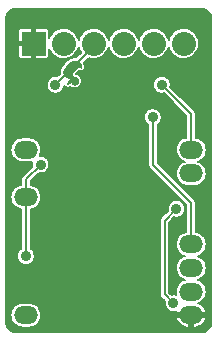
<source format=gbl>
G04 #@! TF.FileFunction,Copper,L2,Bot,Mixed*
%FSLAX46Y46*%
G04 Gerber Fmt 4.6, Leading zero omitted, Abs format (unit mm)*
G04 Created by KiCad (PCBNEW 4.0.5) date Sat Mar 11 22:07:51 2017*
%MOMM*%
%LPD*%
G01*
G04 APERTURE LIST*
%ADD10C,0.101600*%
%ADD11C,0.010000*%
%ADD12O,2.000000X1.500000*%
%ADD13O,2.032000X2.032000*%
%ADD14R,2.032000X2.032000*%
%ADD15C,0.900000*%
%ADD16C,0.200000*%
G04 APERTURE END LIST*
D10*
D11*
G36*
X49362686Y-30616917D02*
X49396508Y-30572094D01*
X49423708Y-30523261D01*
X49443292Y-30471508D01*
X49454265Y-30417930D01*
X49456309Y-30383079D01*
X49452556Y-30342370D01*
X49442240Y-30299800D01*
X49426713Y-30260395D01*
X49419982Y-30247738D01*
X49399761Y-30219374D01*
X49372422Y-30190205D01*
X49340611Y-30162412D01*
X49306974Y-30138175D01*
X49274154Y-30119676D01*
X49255357Y-30112037D01*
X49240578Y-30107509D01*
X49218943Y-30101339D01*
X49193856Y-30094481D01*
X49177794Y-30090235D01*
X49133898Y-30077895D01*
X49090570Y-30064052D01*
X49050072Y-30049533D01*
X49014668Y-30035166D01*
X48986622Y-30021778D01*
X48979288Y-30017669D01*
X48951028Y-29997622D01*
X48925653Y-29973366D01*
X48905468Y-29947461D01*
X48892776Y-29922465D01*
X48892284Y-29920990D01*
X48886223Y-29886437D01*
X48888152Y-29846968D01*
X48897752Y-29804219D01*
X48914700Y-29759824D01*
X48929597Y-29730700D01*
X48958115Y-29685668D01*
X48994548Y-29636812D01*
X49037560Y-29585438D01*
X49085811Y-29532852D01*
X49137959Y-29480362D01*
X49192669Y-29429273D01*
X49248598Y-29380892D01*
X49304407Y-29336526D01*
X49358759Y-29297480D01*
X49401788Y-29270060D01*
X49447328Y-29245718D01*
X49490117Y-29228314D01*
X49529200Y-29218058D01*
X49563624Y-29215162D01*
X49592435Y-29219835D01*
X49604725Y-29225238D01*
X49620802Y-29235342D01*
X49632238Y-29245975D01*
X49641997Y-29260493D01*
X49650586Y-29277149D01*
X49658117Y-29291577D01*
X49663864Y-29298299D01*
X49668960Y-29296740D01*
X49674537Y-29286323D01*
X49681727Y-29266475D01*
X49683810Y-29260270D01*
X49692118Y-29219866D01*
X49692241Y-29174424D01*
X49684448Y-29125271D01*
X49669006Y-29073737D01*
X49646185Y-29021151D01*
X49629184Y-28989855D01*
X49616881Y-28969580D01*
X49605109Y-28952262D01*
X49591993Y-28935579D01*
X49575656Y-28917213D01*
X49554224Y-28894843D01*
X49543879Y-28884329D01*
X49515136Y-28855912D01*
X49490603Y-28833527D01*
X49467607Y-28815161D01*
X49443479Y-28798804D01*
X49415548Y-28782444D01*
X49391192Y-28769328D01*
X49322139Y-28738776D01*
X49250663Y-28718360D01*
X49177213Y-28708034D01*
X49102235Y-28707747D01*
X49026179Y-28717452D01*
X48949491Y-28737097D01*
X48872620Y-28766636D01*
X48796012Y-28806018D01*
X48741413Y-28840345D01*
X48726316Y-28850793D01*
X48712246Y-28861138D01*
X48698082Y-28872385D01*
X48682702Y-28885541D01*
X48664984Y-28901613D01*
X48643807Y-28921608D01*
X48618048Y-28946529D01*
X48586587Y-28977385D01*
X48565870Y-28997820D01*
X48535125Y-29028277D01*
X48506081Y-29057227D01*
X48479790Y-29083607D01*
X48457305Y-29106354D01*
X48439677Y-29124408D01*
X48427958Y-29136704D01*
X48424363Y-29140688D01*
X48359292Y-29221361D01*
X48303858Y-29300024D01*
X48258115Y-29376526D01*
X48222119Y-29450713D01*
X48195926Y-29522433D01*
X48179592Y-29591536D01*
X48173172Y-29657869D01*
X48176722Y-29721279D01*
X48190020Y-29780737D01*
X48213730Y-29839897D01*
X48246805Y-29895849D01*
X48289454Y-29948826D01*
X48341889Y-29999065D01*
X48404323Y-30046801D01*
X48461168Y-30083085D01*
X48499465Y-30104424D01*
X48543893Y-30126978D01*
X48591251Y-30149278D01*
X48638333Y-30169850D01*
X48681934Y-30187226D01*
X48708601Y-30196676D01*
X48727917Y-30203309D01*
X48743134Y-30209012D01*
X48751608Y-30212779D01*
X48752386Y-30213324D01*
X48750128Y-30218119D01*
X48741748Y-30229190D01*
X48728404Y-30245130D01*
X48711253Y-30264532D01*
X48700852Y-30275914D01*
X48657214Y-30325608D01*
X48618080Y-30375097D01*
X48583803Y-30423627D01*
X48554734Y-30470448D01*
X48531225Y-30514802D01*
X48513629Y-30555940D01*
X48502294Y-30593105D01*
X48497577Y-30625545D01*
X48499824Y-30652507D01*
X48509392Y-30673237D01*
X48513298Y-30677688D01*
X48520336Y-30682616D01*
X48528848Y-30683701D01*
X48539887Y-30680355D01*
X48554507Y-30671988D01*
X48573761Y-30658012D01*
X48598703Y-30637838D01*
X48625971Y-30614679D01*
X48664792Y-30582044D01*
X48697529Y-30556320D01*
X48725349Y-30536706D01*
X48749418Y-30522407D01*
X48770902Y-30512620D01*
X48779005Y-30509799D01*
X48797577Y-30504047D01*
X48810286Y-30501738D01*
X48819424Y-30504100D01*
X48827286Y-30512359D01*
X48836165Y-30527740D01*
X48845101Y-30545136D01*
X48878309Y-30601571D01*
X48915363Y-30648895D01*
X48955936Y-30686881D01*
X48999704Y-30715303D01*
X49046342Y-30733936D01*
X49095523Y-30742550D01*
X49129027Y-30742651D01*
X49181052Y-30734262D01*
X49231425Y-30716401D01*
X49279149Y-30690163D01*
X49323235Y-30656637D01*
X49362686Y-30616917D01*
X49362686Y-30616917D01*
G37*
X49362686Y-30616917D02*
X49396508Y-30572094D01*
X49423708Y-30523261D01*
X49443292Y-30471508D01*
X49454265Y-30417930D01*
X49456309Y-30383079D01*
X49452556Y-30342370D01*
X49442240Y-30299800D01*
X49426713Y-30260395D01*
X49419982Y-30247738D01*
X49399761Y-30219374D01*
X49372422Y-30190205D01*
X49340611Y-30162412D01*
X49306974Y-30138175D01*
X49274154Y-30119676D01*
X49255357Y-30112037D01*
X49240578Y-30107509D01*
X49218943Y-30101339D01*
X49193856Y-30094481D01*
X49177794Y-30090235D01*
X49133898Y-30077895D01*
X49090570Y-30064052D01*
X49050072Y-30049533D01*
X49014668Y-30035166D01*
X48986622Y-30021778D01*
X48979288Y-30017669D01*
X48951028Y-29997622D01*
X48925653Y-29973366D01*
X48905468Y-29947461D01*
X48892776Y-29922465D01*
X48892284Y-29920990D01*
X48886223Y-29886437D01*
X48888152Y-29846968D01*
X48897752Y-29804219D01*
X48914700Y-29759824D01*
X48929597Y-29730700D01*
X48958115Y-29685668D01*
X48994548Y-29636812D01*
X49037560Y-29585438D01*
X49085811Y-29532852D01*
X49137959Y-29480362D01*
X49192669Y-29429273D01*
X49248598Y-29380892D01*
X49304407Y-29336526D01*
X49358759Y-29297480D01*
X49401788Y-29270060D01*
X49447328Y-29245718D01*
X49490117Y-29228314D01*
X49529200Y-29218058D01*
X49563624Y-29215162D01*
X49592435Y-29219835D01*
X49604725Y-29225238D01*
X49620802Y-29235342D01*
X49632238Y-29245975D01*
X49641997Y-29260493D01*
X49650586Y-29277149D01*
X49658117Y-29291577D01*
X49663864Y-29298299D01*
X49668960Y-29296740D01*
X49674537Y-29286323D01*
X49681727Y-29266475D01*
X49683810Y-29260270D01*
X49692118Y-29219866D01*
X49692241Y-29174424D01*
X49684448Y-29125271D01*
X49669006Y-29073737D01*
X49646185Y-29021151D01*
X49629184Y-28989855D01*
X49616881Y-28969580D01*
X49605109Y-28952262D01*
X49591993Y-28935579D01*
X49575656Y-28917213D01*
X49554224Y-28894843D01*
X49543879Y-28884329D01*
X49515136Y-28855912D01*
X49490603Y-28833527D01*
X49467607Y-28815161D01*
X49443479Y-28798804D01*
X49415548Y-28782444D01*
X49391192Y-28769328D01*
X49322139Y-28738776D01*
X49250663Y-28718360D01*
X49177213Y-28708034D01*
X49102235Y-28707747D01*
X49026179Y-28717452D01*
X48949491Y-28737097D01*
X48872620Y-28766636D01*
X48796012Y-28806018D01*
X48741413Y-28840345D01*
X48726316Y-28850793D01*
X48712246Y-28861138D01*
X48698082Y-28872385D01*
X48682702Y-28885541D01*
X48664984Y-28901613D01*
X48643807Y-28921608D01*
X48618048Y-28946529D01*
X48586587Y-28977385D01*
X48565870Y-28997820D01*
X48535125Y-29028277D01*
X48506081Y-29057227D01*
X48479790Y-29083607D01*
X48457305Y-29106354D01*
X48439677Y-29124408D01*
X48427958Y-29136704D01*
X48424363Y-29140688D01*
X48359292Y-29221361D01*
X48303858Y-29300024D01*
X48258115Y-29376526D01*
X48222119Y-29450713D01*
X48195926Y-29522433D01*
X48179592Y-29591536D01*
X48173172Y-29657869D01*
X48176722Y-29721279D01*
X48190020Y-29780737D01*
X48213730Y-29839897D01*
X48246805Y-29895849D01*
X48289454Y-29948826D01*
X48341889Y-29999065D01*
X48404323Y-30046801D01*
X48461168Y-30083085D01*
X48499465Y-30104424D01*
X48543893Y-30126978D01*
X48591251Y-30149278D01*
X48638333Y-30169850D01*
X48681934Y-30187226D01*
X48708601Y-30196676D01*
X48727917Y-30203309D01*
X48743134Y-30209012D01*
X48751608Y-30212779D01*
X48752386Y-30213324D01*
X48750128Y-30218119D01*
X48741748Y-30229190D01*
X48728404Y-30245130D01*
X48711253Y-30264532D01*
X48700852Y-30275914D01*
X48657214Y-30325608D01*
X48618080Y-30375097D01*
X48583803Y-30423627D01*
X48554734Y-30470448D01*
X48531225Y-30514802D01*
X48513629Y-30555940D01*
X48502294Y-30593105D01*
X48497577Y-30625545D01*
X48499824Y-30652507D01*
X48509392Y-30673237D01*
X48513298Y-30677688D01*
X48520336Y-30682616D01*
X48528848Y-30683701D01*
X48539887Y-30680355D01*
X48554507Y-30671988D01*
X48573761Y-30658012D01*
X48598703Y-30637838D01*
X48625971Y-30614679D01*
X48664792Y-30582044D01*
X48697529Y-30556320D01*
X48725349Y-30536706D01*
X48749418Y-30522407D01*
X48770902Y-30512620D01*
X48779005Y-30509799D01*
X48797577Y-30504047D01*
X48810286Y-30501738D01*
X48819424Y-30504100D01*
X48827286Y-30512359D01*
X48836165Y-30527740D01*
X48845101Y-30545136D01*
X48878309Y-30601571D01*
X48915363Y-30648895D01*
X48955936Y-30686881D01*
X48999704Y-30715303D01*
X49046342Y-30733936D01*
X49095523Y-30742550D01*
X49129027Y-30742651D01*
X49181052Y-30734262D01*
X49231425Y-30716401D01*
X49279149Y-30690163D01*
X49323235Y-30656637D01*
X49362686Y-30616917D01*
D12*
X45000000Y-36250000D03*
X45000000Y-40250000D03*
X45000000Y-50250000D03*
X59000000Y-50250000D03*
X59000000Y-48250000D03*
X59000000Y-46250000D03*
X59000000Y-44250000D03*
X59000000Y-38250000D03*
X59000000Y-36250000D03*
D13*
X58350000Y-27250000D03*
X55810000Y-27250000D03*
X53270000Y-27250000D03*
D14*
X45650000Y-27250000D03*
D13*
X48190000Y-27250000D03*
X50730000Y-27250000D03*
D15*
X55750000Y-33500000D03*
X56500000Y-30750000D03*
X48750000Y-32750000D03*
X56500000Y-32500000D03*
X54500000Y-28750000D03*
X51750000Y-39500000D03*
X55750000Y-43500000D03*
X46250000Y-37500000D03*
X45000000Y-45250000D03*
X47500000Y-30750000D03*
X57750000Y-41250000D03*
X57500000Y-49250000D03*
D16*
X55750000Y-33500000D02*
X55750000Y-37500000D01*
X55750000Y-37500000D02*
X59000000Y-40750000D01*
X59000000Y-40750000D02*
X59000000Y-44250000D01*
X59000000Y-33250000D02*
X59000000Y-36250000D01*
X56500000Y-30750000D02*
X59000000Y-33250000D01*
X46250000Y-37500000D02*
X45000000Y-38750000D01*
X45000000Y-38750000D02*
X45000000Y-40250000D01*
X45000000Y-45250000D02*
X45000000Y-40250000D01*
X50750000Y-27500000D02*
X47500000Y-30750000D01*
X57750000Y-41250000D02*
X56750000Y-42250000D01*
X56750000Y-42250000D02*
X56750000Y-48500000D01*
X56750000Y-48500000D02*
X57500000Y-49250000D01*
X57500000Y-49250000D02*
X57500000Y-49250000D01*
X57500000Y-49250000D02*
X57500000Y-49250000D01*
G36*
X60125928Y-24364026D02*
X60247056Y-24400597D01*
X60358775Y-24459999D01*
X60456831Y-24539971D01*
X60537484Y-24637464D01*
X60597662Y-24748762D01*
X60635079Y-24869636D01*
X60650000Y-25011595D01*
X60650000Y-50982878D01*
X60635974Y-51125927D01*
X60599403Y-51247055D01*
X60540000Y-51358777D01*
X60460029Y-51456831D01*
X60362536Y-51537484D01*
X60251239Y-51597662D01*
X60130363Y-51635079D01*
X59988405Y-51650000D01*
X44017122Y-51650000D01*
X43874073Y-51635974D01*
X43752945Y-51599403D01*
X43641223Y-51540000D01*
X43543169Y-51460029D01*
X43462516Y-51362536D01*
X43402338Y-51251239D01*
X43364921Y-51130363D01*
X43350000Y-50988405D01*
X43350000Y-50242670D01*
X43693736Y-50242670D01*
X43712308Y-50446750D01*
X43770167Y-50643337D01*
X43865107Y-50824941D01*
X43993514Y-50984647D01*
X44150495Y-51116369D01*
X44330071Y-51215092D01*
X44525403Y-51277055D01*
X44729050Y-51299898D01*
X44743710Y-51300000D01*
X45256290Y-51300000D01*
X45460236Y-51280003D01*
X45656414Y-51220773D01*
X45837351Y-51124567D01*
X45996156Y-50995049D01*
X46126779Y-50837153D01*
X46224246Y-50656891D01*
X46254014Y-50560725D01*
X57747030Y-50560725D01*
X57831856Y-50783385D01*
X57953556Y-50952257D01*
X58105863Y-51094142D01*
X58282924Y-51203587D01*
X58477934Y-51276386D01*
X58683400Y-51309742D01*
X58850000Y-51232113D01*
X58850000Y-50400000D01*
X59150000Y-50400000D01*
X59150000Y-51232113D01*
X59316600Y-51309742D01*
X59522066Y-51276386D01*
X59717076Y-51203587D01*
X59894137Y-51094142D01*
X60046444Y-50952257D01*
X60168144Y-50783385D01*
X60252970Y-50560725D01*
X60213392Y-50400000D01*
X59150000Y-50400000D01*
X58850000Y-50400000D01*
X57786608Y-50400000D01*
X57747030Y-50560725D01*
X46254014Y-50560725D01*
X46284844Y-50461132D01*
X46306264Y-50257330D01*
X46287692Y-50053250D01*
X46229833Y-49856663D01*
X46134893Y-49675059D01*
X46006486Y-49515353D01*
X45849505Y-49383631D01*
X45669929Y-49284908D01*
X45474597Y-49222945D01*
X45270950Y-49200102D01*
X45256290Y-49200000D01*
X44743710Y-49200000D01*
X44539764Y-49219997D01*
X44343586Y-49279227D01*
X44162649Y-49375433D01*
X44003844Y-49504951D01*
X43873221Y-49662847D01*
X43775754Y-49843109D01*
X43715156Y-50038868D01*
X43693736Y-50242670D01*
X43350000Y-50242670D01*
X43350000Y-36242670D01*
X43693736Y-36242670D01*
X43712308Y-36446750D01*
X43770167Y-36643337D01*
X43865107Y-36824941D01*
X43993514Y-36984647D01*
X44150495Y-37116369D01*
X44330071Y-37215092D01*
X44525403Y-37277055D01*
X44729050Y-37299898D01*
X44743710Y-37300000D01*
X45256290Y-37300000D01*
X45460236Y-37280003D01*
X45538384Y-37256409D01*
X45531648Y-37272125D01*
X45501068Y-37415994D01*
X45499014Y-37563062D01*
X45517970Y-37666344D01*
X44717157Y-38467157D01*
X44693677Y-38495742D01*
X44669955Y-38524013D01*
X44668942Y-38525855D01*
X44667606Y-38527482D01*
X44650142Y-38560053D01*
X44632346Y-38592423D01*
X44631710Y-38594429D01*
X44630716Y-38596282D01*
X44619925Y-38631579D01*
X44608741Y-38666835D01*
X44608506Y-38668929D01*
X44607892Y-38670938D01*
X44604159Y-38707687D01*
X44600039Y-38744415D01*
X44600010Y-38748522D01*
X44600002Y-38748604D01*
X44600009Y-38748680D01*
X44600000Y-38750000D01*
X44600000Y-39214091D01*
X44539764Y-39219997D01*
X44343586Y-39279227D01*
X44162649Y-39375433D01*
X44003844Y-39504951D01*
X43873221Y-39662847D01*
X43775754Y-39843109D01*
X43715156Y-40038868D01*
X43693736Y-40242670D01*
X43712308Y-40446750D01*
X43770167Y-40643337D01*
X43865107Y-40824941D01*
X43993514Y-40984647D01*
X44150495Y-41116369D01*
X44330071Y-41215092D01*
X44525403Y-41277055D01*
X44600000Y-41285423D01*
X44600000Y-44615404D01*
X44527773Y-44662668D01*
X44422687Y-44765577D01*
X44339590Y-44886936D01*
X44281648Y-45022125D01*
X44251068Y-45165994D01*
X44249014Y-45313062D01*
X44275565Y-45457728D01*
X44329710Y-45594482D01*
X44409386Y-45718115D01*
X44511558Y-45823917D01*
X44632335Y-45907859D01*
X44767116Y-45966744D01*
X44910767Y-45998328D01*
X45057818Y-46001408D01*
X45202666Y-45975867D01*
X45339794Y-45922679D01*
X45463980Y-45843868D01*
X45570493Y-45742437D01*
X45655277Y-45622249D01*
X45715100Y-45487882D01*
X45747686Y-45344455D01*
X45750032Y-45176459D01*
X45721464Y-45032177D01*
X45665415Y-44896193D01*
X45584021Y-44773684D01*
X45480381Y-44669319D01*
X45400000Y-44615101D01*
X45400000Y-41285909D01*
X45460236Y-41280003D01*
X45656414Y-41220773D01*
X45837351Y-41124567D01*
X45996156Y-40995049D01*
X46126779Y-40837153D01*
X46224246Y-40656891D01*
X46284844Y-40461132D01*
X46306264Y-40257330D01*
X46287692Y-40053250D01*
X46229833Y-39856663D01*
X46134893Y-39675059D01*
X46006486Y-39515353D01*
X45849505Y-39383631D01*
X45669929Y-39284908D01*
X45474597Y-39222945D01*
X45400000Y-39214577D01*
X45400000Y-38915686D01*
X46084194Y-38231492D01*
X46160767Y-38248328D01*
X46307818Y-38251408D01*
X46452666Y-38225867D01*
X46589794Y-38172679D01*
X46713980Y-38093868D01*
X46820493Y-37992437D01*
X46905277Y-37872249D01*
X46965100Y-37737882D01*
X46997686Y-37594455D01*
X47000032Y-37426459D01*
X46971464Y-37282177D01*
X46915415Y-37146193D01*
X46834021Y-37023684D01*
X46730381Y-36919319D01*
X46608444Y-36837071D01*
X46472854Y-36780075D01*
X46328776Y-36750499D01*
X46181697Y-36749473D01*
X46173324Y-36751070D01*
X46224246Y-36656891D01*
X46284844Y-36461132D01*
X46306264Y-36257330D01*
X46287692Y-36053250D01*
X46229833Y-35856663D01*
X46134893Y-35675059D01*
X46006486Y-35515353D01*
X45849505Y-35383631D01*
X45669929Y-35284908D01*
X45474597Y-35222945D01*
X45270950Y-35200102D01*
X45256290Y-35200000D01*
X44743710Y-35200000D01*
X44539764Y-35219997D01*
X44343586Y-35279227D01*
X44162649Y-35375433D01*
X44003844Y-35504951D01*
X43873221Y-35662847D01*
X43775754Y-35843109D01*
X43715156Y-36038868D01*
X43693736Y-36242670D01*
X43350000Y-36242670D01*
X43350000Y-33563062D01*
X54999014Y-33563062D01*
X55025565Y-33707728D01*
X55079710Y-33844482D01*
X55159386Y-33968115D01*
X55261558Y-34073917D01*
X55350000Y-34135386D01*
X55350000Y-37500000D01*
X55353607Y-37536784D01*
X55356826Y-37573580D01*
X55357413Y-37575599D01*
X55357618Y-37577694D01*
X55368301Y-37613077D01*
X55378606Y-37648547D01*
X55379574Y-37650415D01*
X55380182Y-37652428D01*
X55397531Y-37685058D01*
X55414532Y-37717855D01*
X55415844Y-37719498D01*
X55416832Y-37721357D01*
X55440202Y-37750011D01*
X55463236Y-37778866D01*
X55466124Y-37781796D01*
X55466172Y-37781854D01*
X55466226Y-37781899D01*
X55467157Y-37782843D01*
X58600000Y-40915686D01*
X58600000Y-43214091D01*
X58539764Y-43219997D01*
X58343586Y-43279227D01*
X58162649Y-43375433D01*
X58003844Y-43504951D01*
X57873221Y-43662847D01*
X57775754Y-43843109D01*
X57715156Y-44038868D01*
X57693736Y-44242670D01*
X57712308Y-44446750D01*
X57770167Y-44643337D01*
X57865107Y-44824941D01*
X57993514Y-44984647D01*
X58150495Y-45116369D01*
X58330071Y-45215092D01*
X58440249Y-45250043D01*
X58343586Y-45279227D01*
X58162649Y-45375433D01*
X58003844Y-45504951D01*
X57873221Y-45662847D01*
X57775754Y-45843109D01*
X57715156Y-46038868D01*
X57693736Y-46242670D01*
X57712308Y-46446750D01*
X57770167Y-46643337D01*
X57865107Y-46824941D01*
X57993514Y-46984647D01*
X58150495Y-47116369D01*
X58330071Y-47215092D01*
X58440249Y-47250043D01*
X58343586Y-47279227D01*
X58162649Y-47375433D01*
X58003844Y-47504951D01*
X57873221Y-47662847D01*
X57775754Y-47843109D01*
X57715156Y-48038868D01*
X57693736Y-48242670D01*
X57712308Y-48446750D01*
X57738805Y-48536780D01*
X57722854Y-48530075D01*
X57578776Y-48500499D01*
X57431697Y-48499473D01*
X57333828Y-48518142D01*
X57150000Y-48334314D01*
X57150000Y-42415686D01*
X57584193Y-41981492D01*
X57660767Y-41998328D01*
X57807818Y-42001408D01*
X57952666Y-41975867D01*
X58089794Y-41922679D01*
X58213980Y-41843868D01*
X58320493Y-41742437D01*
X58405277Y-41622249D01*
X58465100Y-41487882D01*
X58497686Y-41344455D01*
X58500032Y-41176459D01*
X58471464Y-41032177D01*
X58415415Y-40896193D01*
X58334021Y-40773684D01*
X58230381Y-40669319D01*
X58108444Y-40587071D01*
X57972854Y-40530075D01*
X57828776Y-40500499D01*
X57681697Y-40499473D01*
X57537219Y-40527033D01*
X57400847Y-40582131D01*
X57277773Y-40662668D01*
X57172687Y-40765577D01*
X57089590Y-40886936D01*
X57031648Y-41022125D01*
X57001068Y-41165994D01*
X56999014Y-41313062D01*
X57017970Y-41416345D01*
X56467157Y-41967157D01*
X56443677Y-41995742D01*
X56419955Y-42024013D01*
X56418942Y-42025855D01*
X56417606Y-42027482D01*
X56400142Y-42060053D01*
X56382346Y-42092423D01*
X56381710Y-42094429D01*
X56380716Y-42096282D01*
X56369925Y-42131579D01*
X56358741Y-42166835D01*
X56358506Y-42168929D01*
X56357892Y-42170938D01*
X56354159Y-42207687D01*
X56350039Y-42244415D01*
X56350010Y-42248522D01*
X56350002Y-42248604D01*
X56350009Y-42248680D01*
X56350000Y-42250000D01*
X56350000Y-48500000D01*
X56353607Y-48536784D01*
X56356826Y-48573580D01*
X56357413Y-48575599D01*
X56357618Y-48577694D01*
X56368301Y-48613077D01*
X56378606Y-48648547D01*
X56379574Y-48650415D01*
X56380182Y-48652428D01*
X56397531Y-48685058D01*
X56414532Y-48717855D01*
X56415844Y-48719498D01*
X56416832Y-48721357D01*
X56440202Y-48750011D01*
X56463236Y-48778866D01*
X56466124Y-48781796D01*
X56466172Y-48781854D01*
X56466226Y-48781899D01*
X56467157Y-48782843D01*
X56768464Y-49084150D01*
X56751068Y-49165994D01*
X56749014Y-49313062D01*
X56775565Y-49457728D01*
X56829710Y-49594482D01*
X56909386Y-49718115D01*
X57011558Y-49823917D01*
X57132335Y-49907859D01*
X57267116Y-49966744D01*
X57410767Y-49998328D01*
X57557818Y-50001408D01*
X57702666Y-49975867D01*
X57751387Y-49956969D01*
X57786608Y-50100000D01*
X58850000Y-50100000D01*
X58850000Y-50080000D01*
X59150000Y-50080000D01*
X59150000Y-50100000D01*
X60213392Y-50100000D01*
X60252970Y-49939275D01*
X60168144Y-49716615D01*
X60046444Y-49547743D01*
X59894137Y-49405858D01*
X59717076Y-49296413D01*
X59577930Y-49244469D01*
X59656414Y-49220773D01*
X59837351Y-49124567D01*
X59996156Y-48995049D01*
X60126779Y-48837153D01*
X60224246Y-48656891D01*
X60284844Y-48461132D01*
X60306264Y-48257330D01*
X60287692Y-48053250D01*
X60229833Y-47856663D01*
X60134893Y-47675059D01*
X60006486Y-47515353D01*
X59849505Y-47383631D01*
X59669929Y-47284908D01*
X59559751Y-47249957D01*
X59656414Y-47220773D01*
X59837351Y-47124567D01*
X59996156Y-46995049D01*
X60126779Y-46837153D01*
X60224246Y-46656891D01*
X60284844Y-46461132D01*
X60306264Y-46257330D01*
X60287692Y-46053250D01*
X60229833Y-45856663D01*
X60134893Y-45675059D01*
X60006486Y-45515353D01*
X59849505Y-45383631D01*
X59669929Y-45284908D01*
X59559751Y-45249957D01*
X59656414Y-45220773D01*
X59837351Y-45124567D01*
X59996156Y-44995049D01*
X60126779Y-44837153D01*
X60224246Y-44656891D01*
X60284844Y-44461132D01*
X60306264Y-44257330D01*
X60287692Y-44053250D01*
X60229833Y-43856663D01*
X60134893Y-43675059D01*
X60006486Y-43515353D01*
X59849505Y-43383631D01*
X59669929Y-43284908D01*
X59474597Y-43222945D01*
X59400000Y-43214577D01*
X59400000Y-40750000D01*
X59396393Y-40713216D01*
X59393174Y-40676420D01*
X59392587Y-40674401D01*
X59392382Y-40672306D01*
X59381699Y-40636923D01*
X59371394Y-40601453D01*
X59370426Y-40599585D01*
X59369818Y-40597572D01*
X59352469Y-40564942D01*
X59335468Y-40532145D01*
X59334156Y-40530502D01*
X59333168Y-40528643D01*
X59309798Y-40499989D01*
X59286764Y-40471134D01*
X59283876Y-40468204D01*
X59283828Y-40468146D01*
X59283774Y-40468101D01*
X59282843Y-40467157D01*
X56150000Y-37334314D01*
X56150000Y-34134471D01*
X56213980Y-34093868D01*
X56320493Y-33992437D01*
X56405277Y-33872249D01*
X56465100Y-33737882D01*
X56497686Y-33594455D01*
X56500032Y-33426459D01*
X56471464Y-33282177D01*
X56415415Y-33146193D01*
X56334021Y-33023684D01*
X56230381Y-32919319D01*
X56108444Y-32837071D01*
X55972854Y-32780075D01*
X55828776Y-32750499D01*
X55681697Y-32749473D01*
X55537219Y-32777033D01*
X55400847Y-32832131D01*
X55277773Y-32912668D01*
X55172687Y-33015577D01*
X55089590Y-33136936D01*
X55031648Y-33272125D01*
X55001068Y-33415994D01*
X54999014Y-33563062D01*
X43350000Y-33563062D01*
X43350000Y-27475000D01*
X44334000Y-27475000D01*
X44334000Y-28295547D01*
X44345529Y-28353506D01*
X44368143Y-28408103D01*
X44400975Y-28457239D01*
X44442761Y-28499025D01*
X44491896Y-28531856D01*
X44546493Y-28554471D01*
X44604452Y-28566000D01*
X45425000Y-28566000D01*
X45500000Y-28491000D01*
X45500000Y-27400000D01*
X44409000Y-27400000D01*
X44334000Y-27475000D01*
X43350000Y-27475000D01*
X43350000Y-26204453D01*
X44334000Y-26204453D01*
X44334000Y-27025000D01*
X44409000Y-27100000D01*
X45500000Y-27100000D01*
X45500000Y-26009000D01*
X45800000Y-26009000D01*
X45800000Y-27100000D01*
X45820000Y-27100000D01*
X45820000Y-27400000D01*
X45800000Y-27400000D01*
X45800000Y-28491000D01*
X45875000Y-28566000D01*
X46695548Y-28566000D01*
X46753507Y-28554471D01*
X46808104Y-28531856D01*
X46857239Y-28499025D01*
X46899025Y-28457239D01*
X46931857Y-28408103D01*
X46954471Y-28353506D01*
X46966000Y-28295547D01*
X46966000Y-27733688D01*
X46973297Y-27757857D01*
X47093876Y-27984631D01*
X47256205Y-28183667D01*
X47454102Y-28347381D01*
X47680029Y-28469540D01*
X47925381Y-28545489D01*
X48180813Y-28572336D01*
X48436594Y-28549058D01*
X48682982Y-28476542D01*
X48910593Y-28357550D01*
X49110757Y-28196614D01*
X49275849Y-27999865D01*
X49399582Y-27774796D01*
X49460465Y-27582868D01*
X49513297Y-27757857D01*
X49633876Y-27984631D01*
X49663437Y-28020877D01*
X49271083Y-28413231D01*
X49219674Y-28406004D01*
X49201096Y-28405225D01*
X49182639Y-28403083D01*
X49178381Y-28403036D01*
X49103402Y-28402749D01*
X49085662Y-28404420D01*
X49067857Y-28404691D01*
X49063629Y-28405200D01*
X48987573Y-28414905D01*
X48971222Y-28418642D01*
X48954624Y-28420965D01*
X48950492Y-28421992D01*
X48873804Y-28441637D01*
X48859153Y-28446960D01*
X48844074Y-28450894D01*
X48840089Y-28452393D01*
X48763218Y-28481932D01*
X48750388Y-28488362D01*
X48736976Y-28493459D01*
X48733175Y-28495380D01*
X48656567Y-28534762D01*
X48647267Y-28540757D01*
X48637294Y-28545569D01*
X48633674Y-28547810D01*
X48579075Y-28582137D01*
X48575428Y-28584962D01*
X48571365Y-28587148D01*
X48567846Y-28589547D01*
X48552749Y-28599995D01*
X48551036Y-28601447D01*
X48549092Y-28602566D01*
X48545644Y-28605064D01*
X48531574Y-28615410D01*
X48528938Y-28617777D01*
X48525934Y-28619658D01*
X48522581Y-28622282D01*
X48508417Y-28633529D01*
X48505935Y-28635930D01*
X48503079Y-28637867D01*
X48499824Y-28640612D01*
X48484444Y-28653768D01*
X48482837Y-28655441D01*
X48480957Y-28656797D01*
X48477783Y-28659636D01*
X48460065Y-28675708D01*
X48459446Y-28676391D01*
X48458711Y-28676944D01*
X48455594Y-28679845D01*
X48434417Y-28699840D01*
X48434389Y-28699872D01*
X48431734Y-28702404D01*
X48405976Y-28727325D01*
X48405927Y-28727382D01*
X48404484Y-28728778D01*
X48373023Y-28759634D01*
X48372991Y-28759672D01*
X48372403Y-28760244D01*
X48351685Y-28780680D01*
X48351660Y-28780711D01*
X48351220Y-28781140D01*
X48320475Y-28811597D01*
X48320446Y-28811632D01*
X48319807Y-28812260D01*
X48290763Y-28841210D01*
X48290729Y-28841251D01*
X48290049Y-28841924D01*
X48263758Y-28868304D01*
X48263714Y-28868357D01*
X48262877Y-28869193D01*
X48240392Y-28891939D01*
X48240346Y-28891996D01*
X48239078Y-28893276D01*
X48221450Y-28911330D01*
X48221423Y-28911364D01*
X48218891Y-28913983D01*
X48207172Y-28926279D01*
X48205915Y-28927886D01*
X48204394Y-28929234D01*
X48201519Y-28932375D01*
X48197924Y-28936359D01*
X48194159Y-28941454D01*
X48189661Y-28945907D01*
X48186964Y-28949202D01*
X48121893Y-29029875D01*
X48117617Y-29036387D01*
X48112456Y-29042206D01*
X48109978Y-29045669D01*
X48054544Y-29124332D01*
X48049941Y-29132444D01*
X48044295Y-29139862D01*
X48042084Y-29143501D01*
X47996341Y-29220003D01*
X47991567Y-29230114D01*
X47985596Y-29239565D01*
X47983710Y-29243383D01*
X47947714Y-29317570D01*
X47943075Y-29330123D01*
X47937116Y-29342094D01*
X47935627Y-29346083D01*
X47909434Y-29417803D01*
X47905466Y-29433187D01*
X47900114Y-29448136D01*
X47899105Y-29452273D01*
X47882771Y-29521376D01*
X47880285Y-29539770D01*
X47876451Y-29557919D01*
X47876011Y-29562154D01*
X47869591Y-29628487D01*
X47869618Y-29649589D01*
X47868441Y-29670665D01*
X47868649Y-29674918D01*
X47872199Y-29738327D01*
X47875700Y-29760932D01*
X47878175Y-29783687D01*
X47879075Y-29787849D01*
X47882253Y-29802061D01*
X47665925Y-30018389D01*
X47578776Y-30000499D01*
X47431697Y-29999473D01*
X47287219Y-30027033D01*
X47150847Y-30082131D01*
X47027773Y-30162668D01*
X46922687Y-30265577D01*
X46839590Y-30386936D01*
X46781648Y-30522125D01*
X46751068Y-30665994D01*
X46749014Y-30813062D01*
X46775565Y-30957728D01*
X46829710Y-31094482D01*
X46909386Y-31218115D01*
X47011558Y-31323917D01*
X47132335Y-31407859D01*
X47267116Y-31466744D01*
X47410767Y-31498328D01*
X47557818Y-31501408D01*
X47702666Y-31475867D01*
X47839794Y-31422679D01*
X47963980Y-31343868D01*
X48070493Y-31242437D01*
X48155277Y-31122249D01*
X48215100Y-30987882D01*
X48247686Y-30844455D01*
X48247903Y-30828917D01*
X48253032Y-30836278D01*
X48254082Y-30838411D01*
X48255287Y-30839987D01*
X48262567Y-30852407D01*
X48270514Y-30861365D01*
X48277361Y-30871192D01*
X48280147Y-30874413D01*
X48284053Y-30878864D01*
X48287426Y-30882024D01*
X48290236Y-30885699D01*
X48298784Y-30893235D01*
X48302068Y-30896937D01*
X48308688Y-30901966D01*
X48309131Y-30902356D01*
X48316254Y-30909029D01*
X48317583Y-30910468D01*
X48318511Y-30911144D01*
X48327494Y-30919559D01*
X48331417Y-30922004D01*
X48334888Y-30925064D01*
X48338359Y-30927530D01*
X48345397Y-30932459D01*
X48355936Y-30938397D01*
X48365702Y-30945509D01*
X48381792Y-30952966D01*
X48397256Y-30961679D01*
X48408742Y-30965455D01*
X48419709Y-30970538D01*
X48436947Y-30974729D01*
X48453804Y-30980271D01*
X48465805Y-30981745D01*
X48477551Y-30984600D01*
X48481771Y-30985168D01*
X48490283Y-30986253D01*
X48492758Y-30986325D01*
X48495180Y-30986837D01*
X48508700Y-30987011D01*
X48512886Y-30987525D01*
X48518217Y-30987133D01*
X48522497Y-30987189D01*
X48549783Y-30987981D01*
X48552223Y-30987571D01*
X48554701Y-30987603D01*
X48581544Y-30982646D01*
X48608486Y-30978121D01*
X48610805Y-30977243D01*
X48613237Y-30976794D01*
X48617321Y-30975587D01*
X48628360Y-30972241D01*
X48630631Y-30971302D01*
X48633035Y-30970783D01*
X48658106Y-30959943D01*
X48683369Y-30949498D01*
X48685417Y-30948134D01*
X48687672Y-30947159D01*
X48691383Y-30945070D01*
X48706003Y-30936703D01*
X48717722Y-30928380D01*
X48730210Y-30921293D01*
X48733674Y-30918816D01*
X48747040Y-30909114D01*
X48747484Y-30909530D01*
X48767129Y-30924611D01*
X48786272Y-30940335D01*
X48789826Y-30942679D01*
X48833595Y-30971101D01*
X48858173Y-30983840D01*
X48882603Y-30996927D01*
X48886546Y-30998535D01*
X48933184Y-31017168D01*
X48961335Y-31025335D01*
X48989534Y-31033599D01*
X48990317Y-31033742D01*
X48990352Y-31033752D01*
X48990392Y-31033755D01*
X48993723Y-31034363D01*
X49042904Y-31042977D01*
X49066674Y-31044778D01*
X49090346Y-31047506D01*
X49094604Y-31047549D01*
X49128107Y-31047650D01*
X49150706Y-31045503D01*
X49173372Y-31044410D01*
X49177581Y-31043761D01*
X49229606Y-31035372D01*
X49254200Y-31028892D01*
X49278956Y-31023121D01*
X49282980Y-31021726D01*
X49333353Y-31003865D01*
X49353775Y-30994289D01*
X49374621Y-30985696D01*
X49378366Y-30983671D01*
X49426090Y-30957433D01*
X49442888Y-30945930D01*
X49460364Y-30935491D01*
X49463771Y-30932938D01*
X49507858Y-30899411D01*
X49521797Y-30886479D01*
X49536612Y-30874570D01*
X49539634Y-30871571D01*
X49579085Y-30831850D01*
X49590809Y-30817478D01*
X49594990Y-30813062D01*
X55749014Y-30813062D01*
X55775565Y-30957728D01*
X55829710Y-31094482D01*
X55909386Y-31218115D01*
X56011558Y-31323917D01*
X56132335Y-31407859D01*
X56267116Y-31466744D01*
X56410767Y-31498328D01*
X56557818Y-31501408D01*
X56666549Y-31482235D01*
X58600000Y-33415686D01*
X58600000Y-35214091D01*
X58539764Y-35219997D01*
X58343586Y-35279227D01*
X58162649Y-35375433D01*
X58003844Y-35504951D01*
X57873221Y-35662847D01*
X57775754Y-35843109D01*
X57715156Y-36038868D01*
X57693736Y-36242670D01*
X57712308Y-36446750D01*
X57770167Y-36643337D01*
X57865107Y-36824941D01*
X57993514Y-36984647D01*
X58150495Y-37116369D01*
X58330071Y-37215092D01*
X58440249Y-37250043D01*
X58343586Y-37279227D01*
X58162649Y-37375433D01*
X58003844Y-37504951D01*
X57873221Y-37662847D01*
X57775754Y-37843109D01*
X57715156Y-38038868D01*
X57693736Y-38242670D01*
X57712308Y-38446750D01*
X57770167Y-38643337D01*
X57865107Y-38824941D01*
X57993514Y-38984647D01*
X58150495Y-39116369D01*
X58330071Y-39215092D01*
X58525403Y-39277055D01*
X58729050Y-39299898D01*
X58743710Y-39300000D01*
X59256290Y-39300000D01*
X59460236Y-39280003D01*
X59656414Y-39220773D01*
X59837351Y-39124567D01*
X59996156Y-38995049D01*
X60126779Y-38837153D01*
X60224246Y-38656891D01*
X60284844Y-38461132D01*
X60306264Y-38257330D01*
X60287692Y-38053250D01*
X60229833Y-37856663D01*
X60134893Y-37675059D01*
X60006486Y-37515353D01*
X59849505Y-37383631D01*
X59669929Y-37284908D01*
X59559751Y-37249957D01*
X59656414Y-37220773D01*
X59837351Y-37124567D01*
X59996156Y-36995049D01*
X60126779Y-36837153D01*
X60224246Y-36656891D01*
X60284844Y-36461132D01*
X60306264Y-36257330D01*
X60287692Y-36053250D01*
X60229833Y-35856663D01*
X60134893Y-35675059D01*
X60006486Y-35515353D01*
X59849505Y-35383631D01*
X59669929Y-35284908D01*
X59474597Y-35222945D01*
X59400000Y-35214577D01*
X59400000Y-33250000D01*
X59396393Y-33213216D01*
X59393174Y-33176420D01*
X59392587Y-33174401D01*
X59392382Y-33172306D01*
X59381699Y-33136923D01*
X59371394Y-33101453D01*
X59370426Y-33099585D01*
X59369818Y-33097572D01*
X59352469Y-33064942D01*
X59335468Y-33032145D01*
X59334156Y-33030502D01*
X59333168Y-33028643D01*
X59309798Y-32999989D01*
X59286764Y-32971134D01*
X59283876Y-32968204D01*
X59283828Y-32968146D01*
X59283774Y-32968101D01*
X59282843Y-32967157D01*
X57231478Y-30915792D01*
X57247686Y-30844455D01*
X57250032Y-30676459D01*
X57221464Y-30532177D01*
X57165415Y-30396193D01*
X57084021Y-30273684D01*
X56980381Y-30169319D01*
X56858444Y-30087071D01*
X56722854Y-30030075D01*
X56578776Y-30000499D01*
X56431697Y-29999473D01*
X56287219Y-30027033D01*
X56150847Y-30082131D01*
X56027773Y-30162668D01*
X55922687Y-30265577D01*
X55839590Y-30386936D01*
X55781648Y-30522125D01*
X55751068Y-30665994D01*
X55749014Y-30813062D01*
X49594990Y-30813062D01*
X49603562Y-30804009D01*
X49606151Y-30800628D01*
X49639973Y-30755805D01*
X49649859Y-30739632D01*
X49660864Y-30724214D01*
X49662962Y-30720509D01*
X49690162Y-30671676D01*
X49698222Y-30653155D01*
X49707432Y-30635178D01*
X49708967Y-30631207D01*
X49728551Y-30579454D01*
X49734351Y-30557999D01*
X49741206Y-30536868D01*
X49742090Y-30532703D01*
X49753063Y-30479125D01*
X49755118Y-30459491D01*
X49758463Y-30440036D01*
X49758742Y-30435787D01*
X49760786Y-30400936D01*
X49759971Y-30380134D01*
X49760382Y-30359323D01*
X49760021Y-30355080D01*
X49756268Y-30314371D01*
X49752478Y-30294628D01*
X49749950Y-30274683D01*
X49748977Y-30270538D01*
X49738661Y-30227968D01*
X49732451Y-30210157D01*
X49727538Y-30191959D01*
X49726005Y-30187986D01*
X49710478Y-30148581D01*
X49703561Y-30135068D01*
X49697974Y-30120960D01*
X49696002Y-30117187D01*
X49689271Y-30104530D01*
X49683434Y-30095746D01*
X49683356Y-30095594D01*
X49683210Y-30095409D01*
X49679424Y-30089712D01*
X49670779Y-30074171D01*
X49668332Y-30070687D01*
X49648111Y-30042323D01*
X49636111Y-30028560D01*
X49625186Y-30013927D01*
X49622296Y-30010800D01*
X49594957Y-29981631D01*
X49585116Y-29972999D01*
X49576282Y-29963344D01*
X49573096Y-29960520D01*
X49541285Y-29932727D01*
X49531375Y-29925647D01*
X49522350Y-29917471D01*
X49518913Y-29914958D01*
X49485276Y-29890721D01*
X49472454Y-29883266D01*
X49460430Y-29874592D01*
X49456735Y-29872475D01*
X49423916Y-29853976D01*
X49408102Y-29846999D01*
X49392918Y-29838749D01*
X49388984Y-29837118D01*
X49370187Y-29829479D01*
X49359241Y-29826233D01*
X49348766Y-29821693D01*
X49344704Y-29820417D01*
X49329925Y-29815889D01*
X49329094Y-29815721D01*
X49328312Y-29815400D01*
X49324225Y-29814203D01*
X49302590Y-29808033D01*
X49302527Y-29808022D01*
X49299369Y-29807134D01*
X49274282Y-29800276D01*
X49274212Y-29800264D01*
X49271806Y-29799610D01*
X49258890Y-29796196D01*
X49266962Y-29786555D01*
X49306447Y-29743521D01*
X49350313Y-29699367D01*
X49396588Y-29656155D01*
X49443350Y-29615705D01*
X49488400Y-29579892D01*
X49512603Y-29562504D01*
X49517911Y-29566110D01*
X49521643Y-29567693D01*
X49525059Y-29569884D01*
X49549014Y-29579306D01*
X49572709Y-29589359D01*
X49576681Y-29590188D01*
X49580454Y-29591672D01*
X49605776Y-29596261D01*
X49630979Y-29601521D01*
X49635035Y-29601563D01*
X49639026Y-29602286D01*
X49664755Y-29601869D01*
X49690501Y-29602134D01*
X49694490Y-29601387D01*
X49698544Y-29601321D01*
X49723712Y-29595912D01*
X49749009Y-29591173D01*
X49753090Y-29589956D01*
X49758185Y-29588397D01*
X49783762Y-29577745D01*
X49809494Y-29567434D01*
X49811229Y-29566306D01*
X49813135Y-29565512D01*
X49836182Y-29550078D01*
X49859395Y-29534982D01*
X49860872Y-29533544D01*
X49862595Y-29532390D01*
X49882235Y-29512743D01*
X49902043Y-29493456D01*
X49903215Y-29491754D01*
X49904678Y-29490291D01*
X49920103Y-29467240D01*
X49935813Y-29444436D01*
X49937778Y-29440828D01*
X49937783Y-29440820D01*
X49937786Y-29440812D01*
X49937849Y-29440697D01*
X49943426Y-29430280D01*
X49951032Y-29411974D01*
X49959823Y-29394197D01*
X49961301Y-29390204D01*
X49968491Y-29370356D01*
X49968859Y-29368913D01*
X49969486Y-29367566D01*
X49970870Y-29363539D01*
X49972953Y-29357335D01*
X49976618Y-29341404D01*
X49981673Y-29325865D01*
X49982560Y-29321700D01*
X49990868Y-29281296D01*
X49993844Y-29253072D01*
X49997075Y-29224949D01*
X49997103Y-29222161D01*
X49997109Y-29222099D01*
X49997104Y-29222040D01*
X49997117Y-29220692D01*
X49997240Y-29175250D01*
X49995129Y-29153102D01*
X49994116Y-29130874D01*
X49993478Y-29126664D01*
X49985685Y-29077511D01*
X49981072Y-29059814D01*
X49977807Y-29041812D01*
X49976613Y-29037725D01*
X49961171Y-28986191D01*
X49955135Y-28971459D01*
X49950462Y-28956233D01*
X49948795Y-28952315D01*
X49925974Y-28899730D01*
X49922396Y-28893290D01*
X50316335Y-28499351D01*
X50465381Y-28545489D01*
X50720813Y-28572336D01*
X50976594Y-28549058D01*
X51222982Y-28476542D01*
X51450593Y-28357550D01*
X51650757Y-28196614D01*
X51815849Y-27999865D01*
X51939582Y-27774796D01*
X52000465Y-27582868D01*
X52053297Y-27757857D01*
X52173876Y-27984631D01*
X52336205Y-28183667D01*
X52534102Y-28347381D01*
X52760029Y-28469540D01*
X53005381Y-28545489D01*
X53260813Y-28572336D01*
X53516594Y-28549058D01*
X53762982Y-28476542D01*
X53990593Y-28357550D01*
X54190757Y-28196614D01*
X54355849Y-27999865D01*
X54479582Y-27774796D01*
X54540465Y-27582868D01*
X54593297Y-27757857D01*
X54713876Y-27984631D01*
X54876205Y-28183667D01*
X55074102Y-28347381D01*
X55300029Y-28469540D01*
X55545381Y-28545489D01*
X55800813Y-28572336D01*
X56056594Y-28549058D01*
X56302982Y-28476542D01*
X56530593Y-28357550D01*
X56730757Y-28196614D01*
X56895849Y-27999865D01*
X57019582Y-27774796D01*
X57080465Y-27582868D01*
X57133297Y-27757857D01*
X57253876Y-27984631D01*
X57416205Y-28183667D01*
X57614102Y-28347381D01*
X57840029Y-28469540D01*
X58085381Y-28545489D01*
X58340813Y-28572336D01*
X58596594Y-28549058D01*
X58842982Y-28476542D01*
X59070593Y-28357550D01*
X59270757Y-28196614D01*
X59435849Y-27999865D01*
X59559582Y-27774796D01*
X59637242Y-27529980D01*
X59665872Y-27274742D01*
X59666000Y-27256368D01*
X59666000Y-27243632D01*
X59640937Y-26988020D01*
X59566703Y-26742143D01*
X59446124Y-26515369D01*
X59283795Y-26316333D01*
X59085898Y-26152619D01*
X58859971Y-26030460D01*
X58614619Y-25954511D01*
X58359187Y-25927664D01*
X58103406Y-25950942D01*
X57857018Y-26023458D01*
X57629407Y-26142450D01*
X57429243Y-26303386D01*
X57264151Y-26500135D01*
X57140418Y-26725204D01*
X57079535Y-26917132D01*
X57026703Y-26742143D01*
X56906124Y-26515369D01*
X56743795Y-26316333D01*
X56545898Y-26152619D01*
X56319971Y-26030460D01*
X56074619Y-25954511D01*
X55819187Y-25927664D01*
X55563406Y-25950942D01*
X55317018Y-26023458D01*
X55089407Y-26142450D01*
X54889243Y-26303386D01*
X54724151Y-26500135D01*
X54600418Y-26725204D01*
X54539535Y-26917132D01*
X54486703Y-26742143D01*
X54366124Y-26515369D01*
X54203795Y-26316333D01*
X54005898Y-26152619D01*
X53779971Y-26030460D01*
X53534619Y-25954511D01*
X53279187Y-25927664D01*
X53023406Y-25950942D01*
X52777018Y-26023458D01*
X52549407Y-26142450D01*
X52349243Y-26303386D01*
X52184151Y-26500135D01*
X52060418Y-26725204D01*
X51999535Y-26917132D01*
X51946703Y-26742143D01*
X51826124Y-26515369D01*
X51663795Y-26316333D01*
X51465898Y-26152619D01*
X51239971Y-26030460D01*
X50994619Y-25954511D01*
X50739187Y-25927664D01*
X50483406Y-25950942D01*
X50237018Y-26023458D01*
X50009407Y-26142450D01*
X49809243Y-26303386D01*
X49644151Y-26500135D01*
X49520418Y-26725204D01*
X49459535Y-26917132D01*
X49406703Y-26742143D01*
X49286124Y-26515369D01*
X49123795Y-26316333D01*
X48925898Y-26152619D01*
X48699971Y-26030460D01*
X48454619Y-25954511D01*
X48199187Y-25927664D01*
X47943406Y-25950942D01*
X47697018Y-26023458D01*
X47469407Y-26142450D01*
X47269243Y-26303386D01*
X47104151Y-26500135D01*
X46980418Y-26725204D01*
X46966000Y-26770655D01*
X46966000Y-26204453D01*
X46954471Y-26146494D01*
X46931857Y-26091897D01*
X46899025Y-26042761D01*
X46857239Y-26000975D01*
X46808104Y-25968144D01*
X46753507Y-25945529D01*
X46695548Y-25934000D01*
X45875000Y-25934000D01*
X45800000Y-26009000D01*
X45500000Y-26009000D01*
X45425000Y-25934000D01*
X44604452Y-25934000D01*
X44546493Y-25945529D01*
X44491896Y-25968144D01*
X44442761Y-26000975D01*
X44400975Y-26042761D01*
X44368143Y-26091897D01*
X44345529Y-26146494D01*
X44334000Y-26204453D01*
X43350000Y-26204453D01*
X43350000Y-25017122D01*
X43364026Y-24874072D01*
X43400597Y-24752944D01*
X43459999Y-24641225D01*
X43539971Y-24543169D01*
X43637464Y-24462516D01*
X43748762Y-24402338D01*
X43869636Y-24364921D01*
X44011595Y-24350000D01*
X59982878Y-24350000D01*
X60125928Y-24364026D01*
X60125928Y-24364026D01*
G37*
X60125928Y-24364026D02*
X60247056Y-24400597D01*
X60358775Y-24459999D01*
X60456831Y-24539971D01*
X60537484Y-24637464D01*
X60597662Y-24748762D01*
X60635079Y-24869636D01*
X60650000Y-25011595D01*
X60650000Y-50982878D01*
X60635974Y-51125927D01*
X60599403Y-51247055D01*
X60540000Y-51358777D01*
X60460029Y-51456831D01*
X60362536Y-51537484D01*
X60251239Y-51597662D01*
X60130363Y-51635079D01*
X59988405Y-51650000D01*
X44017122Y-51650000D01*
X43874073Y-51635974D01*
X43752945Y-51599403D01*
X43641223Y-51540000D01*
X43543169Y-51460029D01*
X43462516Y-51362536D01*
X43402338Y-51251239D01*
X43364921Y-51130363D01*
X43350000Y-50988405D01*
X43350000Y-50242670D01*
X43693736Y-50242670D01*
X43712308Y-50446750D01*
X43770167Y-50643337D01*
X43865107Y-50824941D01*
X43993514Y-50984647D01*
X44150495Y-51116369D01*
X44330071Y-51215092D01*
X44525403Y-51277055D01*
X44729050Y-51299898D01*
X44743710Y-51300000D01*
X45256290Y-51300000D01*
X45460236Y-51280003D01*
X45656414Y-51220773D01*
X45837351Y-51124567D01*
X45996156Y-50995049D01*
X46126779Y-50837153D01*
X46224246Y-50656891D01*
X46254014Y-50560725D01*
X57747030Y-50560725D01*
X57831856Y-50783385D01*
X57953556Y-50952257D01*
X58105863Y-51094142D01*
X58282924Y-51203587D01*
X58477934Y-51276386D01*
X58683400Y-51309742D01*
X58850000Y-51232113D01*
X58850000Y-50400000D01*
X59150000Y-50400000D01*
X59150000Y-51232113D01*
X59316600Y-51309742D01*
X59522066Y-51276386D01*
X59717076Y-51203587D01*
X59894137Y-51094142D01*
X60046444Y-50952257D01*
X60168144Y-50783385D01*
X60252970Y-50560725D01*
X60213392Y-50400000D01*
X59150000Y-50400000D01*
X58850000Y-50400000D01*
X57786608Y-50400000D01*
X57747030Y-50560725D01*
X46254014Y-50560725D01*
X46284844Y-50461132D01*
X46306264Y-50257330D01*
X46287692Y-50053250D01*
X46229833Y-49856663D01*
X46134893Y-49675059D01*
X46006486Y-49515353D01*
X45849505Y-49383631D01*
X45669929Y-49284908D01*
X45474597Y-49222945D01*
X45270950Y-49200102D01*
X45256290Y-49200000D01*
X44743710Y-49200000D01*
X44539764Y-49219997D01*
X44343586Y-49279227D01*
X44162649Y-49375433D01*
X44003844Y-49504951D01*
X43873221Y-49662847D01*
X43775754Y-49843109D01*
X43715156Y-50038868D01*
X43693736Y-50242670D01*
X43350000Y-50242670D01*
X43350000Y-36242670D01*
X43693736Y-36242670D01*
X43712308Y-36446750D01*
X43770167Y-36643337D01*
X43865107Y-36824941D01*
X43993514Y-36984647D01*
X44150495Y-37116369D01*
X44330071Y-37215092D01*
X44525403Y-37277055D01*
X44729050Y-37299898D01*
X44743710Y-37300000D01*
X45256290Y-37300000D01*
X45460236Y-37280003D01*
X45538384Y-37256409D01*
X45531648Y-37272125D01*
X45501068Y-37415994D01*
X45499014Y-37563062D01*
X45517970Y-37666344D01*
X44717157Y-38467157D01*
X44693677Y-38495742D01*
X44669955Y-38524013D01*
X44668942Y-38525855D01*
X44667606Y-38527482D01*
X44650142Y-38560053D01*
X44632346Y-38592423D01*
X44631710Y-38594429D01*
X44630716Y-38596282D01*
X44619925Y-38631579D01*
X44608741Y-38666835D01*
X44608506Y-38668929D01*
X44607892Y-38670938D01*
X44604159Y-38707687D01*
X44600039Y-38744415D01*
X44600010Y-38748522D01*
X44600002Y-38748604D01*
X44600009Y-38748680D01*
X44600000Y-38750000D01*
X44600000Y-39214091D01*
X44539764Y-39219997D01*
X44343586Y-39279227D01*
X44162649Y-39375433D01*
X44003844Y-39504951D01*
X43873221Y-39662847D01*
X43775754Y-39843109D01*
X43715156Y-40038868D01*
X43693736Y-40242670D01*
X43712308Y-40446750D01*
X43770167Y-40643337D01*
X43865107Y-40824941D01*
X43993514Y-40984647D01*
X44150495Y-41116369D01*
X44330071Y-41215092D01*
X44525403Y-41277055D01*
X44600000Y-41285423D01*
X44600000Y-44615404D01*
X44527773Y-44662668D01*
X44422687Y-44765577D01*
X44339590Y-44886936D01*
X44281648Y-45022125D01*
X44251068Y-45165994D01*
X44249014Y-45313062D01*
X44275565Y-45457728D01*
X44329710Y-45594482D01*
X44409386Y-45718115D01*
X44511558Y-45823917D01*
X44632335Y-45907859D01*
X44767116Y-45966744D01*
X44910767Y-45998328D01*
X45057818Y-46001408D01*
X45202666Y-45975867D01*
X45339794Y-45922679D01*
X45463980Y-45843868D01*
X45570493Y-45742437D01*
X45655277Y-45622249D01*
X45715100Y-45487882D01*
X45747686Y-45344455D01*
X45750032Y-45176459D01*
X45721464Y-45032177D01*
X45665415Y-44896193D01*
X45584021Y-44773684D01*
X45480381Y-44669319D01*
X45400000Y-44615101D01*
X45400000Y-41285909D01*
X45460236Y-41280003D01*
X45656414Y-41220773D01*
X45837351Y-41124567D01*
X45996156Y-40995049D01*
X46126779Y-40837153D01*
X46224246Y-40656891D01*
X46284844Y-40461132D01*
X46306264Y-40257330D01*
X46287692Y-40053250D01*
X46229833Y-39856663D01*
X46134893Y-39675059D01*
X46006486Y-39515353D01*
X45849505Y-39383631D01*
X45669929Y-39284908D01*
X45474597Y-39222945D01*
X45400000Y-39214577D01*
X45400000Y-38915686D01*
X46084194Y-38231492D01*
X46160767Y-38248328D01*
X46307818Y-38251408D01*
X46452666Y-38225867D01*
X46589794Y-38172679D01*
X46713980Y-38093868D01*
X46820493Y-37992437D01*
X46905277Y-37872249D01*
X46965100Y-37737882D01*
X46997686Y-37594455D01*
X47000032Y-37426459D01*
X46971464Y-37282177D01*
X46915415Y-37146193D01*
X46834021Y-37023684D01*
X46730381Y-36919319D01*
X46608444Y-36837071D01*
X46472854Y-36780075D01*
X46328776Y-36750499D01*
X46181697Y-36749473D01*
X46173324Y-36751070D01*
X46224246Y-36656891D01*
X46284844Y-36461132D01*
X46306264Y-36257330D01*
X46287692Y-36053250D01*
X46229833Y-35856663D01*
X46134893Y-35675059D01*
X46006486Y-35515353D01*
X45849505Y-35383631D01*
X45669929Y-35284908D01*
X45474597Y-35222945D01*
X45270950Y-35200102D01*
X45256290Y-35200000D01*
X44743710Y-35200000D01*
X44539764Y-35219997D01*
X44343586Y-35279227D01*
X44162649Y-35375433D01*
X44003844Y-35504951D01*
X43873221Y-35662847D01*
X43775754Y-35843109D01*
X43715156Y-36038868D01*
X43693736Y-36242670D01*
X43350000Y-36242670D01*
X43350000Y-33563062D01*
X54999014Y-33563062D01*
X55025565Y-33707728D01*
X55079710Y-33844482D01*
X55159386Y-33968115D01*
X55261558Y-34073917D01*
X55350000Y-34135386D01*
X55350000Y-37500000D01*
X55353607Y-37536784D01*
X55356826Y-37573580D01*
X55357413Y-37575599D01*
X55357618Y-37577694D01*
X55368301Y-37613077D01*
X55378606Y-37648547D01*
X55379574Y-37650415D01*
X55380182Y-37652428D01*
X55397531Y-37685058D01*
X55414532Y-37717855D01*
X55415844Y-37719498D01*
X55416832Y-37721357D01*
X55440202Y-37750011D01*
X55463236Y-37778866D01*
X55466124Y-37781796D01*
X55466172Y-37781854D01*
X55466226Y-37781899D01*
X55467157Y-37782843D01*
X58600000Y-40915686D01*
X58600000Y-43214091D01*
X58539764Y-43219997D01*
X58343586Y-43279227D01*
X58162649Y-43375433D01*
X58003844Y-43504951D01*
X57873221Y-43662847D01*
X57775754Y-43843109D01*
X57715156Y-44038868D01*
X57693736Y-44242670D01*
X57712308Y-44446750D01*
X57770167Y-44643337D01*
X57865107Y-44824941D01*
X57993514Y-44984647D01*
X58150495Y-45116369D01*
X58330071Y-45215092D01*
X58440249Y-45250043D01*
X58343586Y-45279227D01*
X58162649Y-45375433D01*
X58003844Y-45504951D01*
X57873221Y-45662847D01*
X57775754Y-45843109D01*
X57715156Y-46038868D01*
X57693736Y-46242670D01*
X57712308Y-46446750D01*
X57770167Y-46643337D01*
X57865107Y-46824941D01*
X57993514Y-46984647D01*
X58150495Y-47116369D01*
X58330071Y-47215092D01*
X58440249Y-47250043D01*
X58343586Y-47279227D01*
X58162649Y-47375433D01*
X58003844Y-47504951D01*
X57873221Y-47662847D01*
X57775754Y-47843109D01*
X57715156Y-48038868D01*
X57693736Y-48242670D01*
X57712308Y-48446750D01*
X57738805Y-48536780D01*
X57722854Y-48530075D01*
X57578776Y-48500499D01*
X57431697Y-48499473D01*
X57333828Y-48518142D01*
X57150000Y-48334314D01*
X57150000Y-42415686D01*
X57584193Y-41981492D01*
X57660767Y-41998328D01*
X57807818Y-42001408D01*
X57952666Y-41975867D01*
X58089794Y-41922679D01*
X58213980Y-41843868D01*
X58320493Y-41742437D01*
X58405277Y-41622249D01*
X58465100Y-41487882D01*
X58497686Y-41344455D01*
X58500032Y-41176459D01*
X58471464Y-41032177D01*
X58415415Y-40896193D01*
X58334021Y-40773684D01*
X58230381Y-40669319D01*
X58108444Y-40587071D01*
X57972854Y-40530075D01*
X57828776Y-40500499D01*
X57681697Y-40499473D01*
X57537219Y-40527033D01*
X57400847Y-40582131D01*
X57277773Y-40662668D01*
X57172687Y-40765577D01*
X57089590Y-40886936D01*
X57031648Y-41022125D01*
X57001068Y-41165994D01*
X56999014Y-41313062D01*
X57017970Y-41416345D01*
X56467157Y-41967157D01*
X56443677Y-41995742D01*
X56419955Y-42024013D01*
X56418942Y-42025855D01*
X56417606Y-42027482D01*
X56400142Y-42060053D01*
X56382346Y-42092423D01*
X56381710Y-42094429D01*
X56380716Y-42096282D01*
X56369925Y-42131579D01*
X56358741Y-42166835D01*
X56358506Y-42168929D01*
X56357892Y-42170938D01*
X56354159Y-42207687D01*
X56350039Y-42244415D01*
X56350010Y-42248522D01*
X56350002Y-42248604D01*
X56350009Y-42248680D01*
X56350000Y-42250000D01*
X56350000Y-48500000D01*
X56353607Y-48536784D01*
X56356826Y-48573580D01*
X56357413Y-48575599D01*
X56357618Y-48577694D01*
X56368301Y-48613077D01*
X56378606Y-48648547D01*
X56379574Y-48650415D01*
X56380182Y-48652428D01*
X56397531Y-48685058D01*
X56414532Y-48717855D01*
X56415844Y-48719498D01*
X56416832Y-48721357D01*
X56440202Y-48750011D01*
X56463236Y-48778866D01*
X56466124Y-48781796D01*
X56466172Y-48781854D01*
X56466226Y-48781899D01*
X56467157Y-48782843D01*
X56768464Y-49084150D01*
X56751068Y-49165994D01*
X56749014Y-49313062D01*
X56775565Y-49457728D01*
X56829710Y-49594482D01*
X56909386Y-49718115D01*
X57011558Y-49823917D01*
X57132335Y-49907859D01*
X57267116Y-49966744D01*
X57410767Y-49998328D01*
X57557818Y-50001408D01*
X57702666Y-49975867D01*
X57751387Y-49956969D01*
X57786608Y-50100000D01*
X58850000Y-50100000D01*
X58850000Y-50080000D01*
X59150000Y-50080000D01*
X59150000Y-50100000D01*
X60213392Y-50100000D01*
X60252970Y-49939275D01*
X60168144Y-49716615D01*
X60046444Y-49547743D01*
X59894137Y-49405858D01*
X59717076Y-49296413D01*
X59577930Y-49244469D01*
X59656414Y-49220773D01*
X59837351Y-49124567D01*
X59996156Y-48995049D01*
X60126779Y-48837153D01*
X60224246Y-48656891D01*
X60284844Y-48461132D01*
X60306264Y-48257330D01*
X60287692Y-48053250D01*
X60229833Y-47856663D01*
X60134893Y-47675059D01*
X60006486Y-47515353D01*
X59849505Y-47383631D01*
X59669929Y-47284908D01*
X59559751Y-47249957D01*
X59656414Y-47220773D01*
X59837351Y-47124567D01*
X59996156Y-46995049D01*
X60126779Y-46837153D01*
X60224246Y-46656891D01*
X60284844Y-46461132D01*
X60306264Y-46257330D01*
X60287692Y-46053250D01*
X60229833Y-45856663D01*
X60134893Y-45675059D01*
X60006486Y-45515353D01*
X59849505Y-45383631D01*
X59669929Y-45284908D01*
X59559751Y-45249957D01*
X59656414Y-45220773D01*
X59837351Y-45124567D01*
X59996156Y-44995049D01*
X60126779Y-44837153D01*
X60224246Y-44656891D01*
X60284844Y-44461132D01*
X60306264Y-44257330D01*
X60287692Y-44053250D01*
X60229833Y-43856663D01*
X60134893Y-43675059D01*
X60006486Y-43515353D01*
X59849505Y-43383631D01*
X59669929Y-43284908D01*
X59474597Y-43222945D01*
X59400000Y-43214577D01*
X59400000Y-40750000D01*
X59396393Y-40713216D01*
X59393174Y-40676420D01*
X59392587Y-40674401D01*
X59392382Y-40672306D01*
X59381699Y-40636923D01*
X59371394Y-40601453D01*
X59370426Y-40599585D01*
X59369818Y-40597572D01*
X59352469Y-40564942D01*
X59335468Y-40532145D01*
X59334156Y-40530502D01*
X59333168Y-40528643D01*
X59309798Y-40499989D01*
X59286764Y-40471134D01*
X59283876Y-40468204D01*
X59283828Y-40468146D01*
X59283774Y-40468101D01*
X59282843Y-40467157D01*
X56150000Y-37334314D01*
X56150000Y-34134471D01*
X56213980Y-34093868D01*
X56320493Y-33992437D01*
X56405277Y-33872249D01*
X56465100Y-33737882D01*
X56497686Y-33594455D01*
X56500032Y-33426459D01*
X56471464Y-33282177D01*
X56415415Y-33146193D01*
X56334021Y-33023684D01*
X56230381Y-32919319D01*
X56108444Y-32837071D01*
X55972854Y-32780075D01*
X55828776Y-32750499D01*
X55681697Y-32749473D01*
X55537219Y-32777033D01*
X55400847Y-32832131D01*
X55277773Y-32912668D01*
X55172687Y-33015577D01*
X55089590Y-33136936D01*
X55031648Y-33272125D01*
X55001068Y-33415994D01*
X54999014Y-33563062D01*
X43350000Y-33563062D01*
X43350000Y-27475000D01*
X44334000Y-27475000D01*
X44334000Y-28295547D01*
X44345529Y-28353506D01*
X44368143Y-28408103D01*
X44400975Y-28457239D01*
X44442761Y-28499025D01*
X44491896Y-28531856D01*
X44546493Y-28554471D01*
X44604452Y-28566000D01*
X45425000Y-28566000D01*
X45500000Y-28491000D01*
X45500000Y-27400000D01*
X44409000Y-27400000D01*
X44334000Y-27475000D01*
X43350000Y-27475000D01*
X43350000Y-26204453D01*
X44334000Y-26204453D01*
X44334000Y-27025000D01*
X44409000Y-27100000D01*
X45500000Y-27100000D01*
X45500000Y-26009000D01*
X45800000Y-26009000D01*
X45800000Y-27100000D01*
X45820000Y-27100000D01*
X45820000Y-27400000D01*
X45800000Y-27400000D01*
X45800000Y-28491000D01*
X45875000Y-28566000D01*
X46695548Y-28566000D01*
X46753507Y-28554471D01*
X46808104Y-28531856D01*
X46857239Y-28499025D01*
X46899025Y-28457239D01*
X46931857Y-28408103D01*
X46954471Y-28353506D01*
X46966000Y-28295547D01*
X46966000Y-27733688D01*
X46973297Y-27757857D01*
X47093876Y-27984631D01*
X47256205Y-28183667D01*
X47454102Y-28347381D01*
X47680029Y-28469540D01*
X47925381Y-28545489D01*
X48180813Y-28572336D01*
X48436594Y-28549058D01*
X48682982Y-28476542D01*
X48910593Y-28357550D01*
X49110757Y-28196614D01*
X49275849Y-27999865D01*
X49399582Y-27774796D01*
X49460465Y-27582868D01*
X49513297Y-27757857D01*
X49633876Y-27984631D01*
X49663437Y-28020877D01*
X49271083Y-28413231D01*
X49219674Y-28406004D01*
X49201096Y-28405225D01*
X49182639Y-28403083D01*
X49178381Y-28403036D01*
X49103402Y-28402749D01*
X49085662Y-28404420D01*
X49067857Y-28404691D01*
X49063629Y-28405200D01*
X48987573Y-28414905D01*
X48971222Y-28418642D01*
X48954624Y-28420965D01*
X48950492Y-28421992D01*
X48873804Y-28441637D01*
X48859153Y-28446960D01*
X48844074Y-28450894D01*
X48840089Y-28452393D01*
X48763218Y-28481932D01*
X48750388Y-28488362D01*
X48736976Y-28493459D01*
X48733175Y-28495380D01*
X48656567Y-28534762D01*
X48647267Y-28540757D01*
X48637294Y-28545569D01*
X48633674Y-28547810D01*
X48579075Y-28582137D01*
X48575428Y-28584962D01*
X48571365Y-28587148D01*
X48567846Y-28589547D01*
X48552749Y-28599995D01*
X48551036Y-28601447D01*
X48549092Y-28602566D01*
X48545644Y-28605064D01*
X48531574Y-28615410D01*
X48528938Y-28617777D01*
X48525934Y-28619658D01*
X48522581Y-28622282D01*
X48508417Y-28633529D01*
X48505935Y-28635930D01*
X48503079Y-28637867D01*
X48499824Y-28640612D01*
X48484444Y-28653768D01*
X48482837Y-28655441D01*
X48480957Y-28656797D01*
X48477783Y-28659636D01*
X48460065Y-28675708D01*
X48459446Y-28676391D01*
X48458711Y-28676944D01*
X48455594Y-28679845D01*
X48434417Y-28699840D01*
X48434389Y-28699872D01*
X48431734Y-28702404D01*
X48405976Y-28727325D01*
X48405927Y-28727382D01*
X48404484Y-28728778D01*
X48373023Y-28759634D01*
X48372991Y-28759672D01*
X48372403Y-28760244D01*
X48351685Y-28780680D01*
X48351660Y-28780711D01*
X48351220Y-28781140D01*
X48320475Y-28811597D01*
X48320446Y-28811632D01*
X48319807Y-28812260D01*
X48290763Y-28841210D01*
X48290729Y-28841251D01*
X48290049Y-28841924D01*
X48263758Y-28868304D01*
X48263714Y-28868357D01*
X48262877Y-28869193D01*
X48240392Y-28891939D01*
X48240346Y-28891996D01*
X48239078Y-28893276D01*
X48221450Y-28911330D01*
X48221423Y-28911364D01*
X48218891Y-28913983D01*
X48207172Y-28926279D01*
X48205915Y-28927886D01*
X48204394Y-28929234D01*
X48201519Y-28932375D01*
X48197924Y-28936359D01*
X48194159Y-28941454D01*
X48189661Y-28945907D01*
X48186964Y-28949202D01*
X48121893Y-29029875D01*
X48117617Y-29036387D01*
X48112456Y-29042206D01*
X48109978Y-29045669D01*
X48054544Y-29124332D01*
X48049941Y-29132444D01*
X48044295Y-29139862D01*
X48042084Y-29143501D01*
X47996341Y-29220003D01*
X47991567Y-29230114D01*
X47985596Y-29239565D01*
X47983710Y-29243383D01*
X47947714Y-29317570D01*
X47943075Y-29330123D01*
X47937116Y-29342094D01*
X47935627Y-29346083D01*
X47909434Y-29417803D01*
X47905466Y-29433187D01*
X47900114Y-29448136D01*
X47899105Y-29452273D01*
X47882771Y-29521376D01*
X47880285Y-29539770D01*
X47876451Y-29557919D01*
X47876011Y-29562154D01*
X47869591Y-29628487D01*
X47869618Y-29649589D01*
X47868441Y-29670665D01*
X47868649Y-29674918D01*
X47872199Y-29738327D01*
X47875700Y-29760932D01*
X47878175Y-29783687D01*
X47879075Y-29787849D01*
X47882253Y-29802061D01*
X47665925Y-30018389D01*
X47578776Y-30000499D01*
X47431697Y-29999473D01*
X47287219Y-30027033D01*
X47150847Y-30082131D01*
X47027773Y-30162668D01*
X46922687Y-30265577D01*
X46839590Y-30386936D01*
X46781648Y-30522125D01*
X46751068Y-30665994D01*
X46749014Y-30813062D01*
X46775565Y-30957728D01*
X46829710Y-31094482D01*
X46909386Y-31218115D01*
X47011558Y-31323917D01*
X47132335Y-31407859D01*
X47267116Y-31466744D01*
X47410767Y-31498328D01*
X47557818Y-31501408D01*
X47702666Y-31475867D01*
X47839794Y-31422679D01*
X47963980Y-31343868D01*
X48070493Y-31242437D01*
X48155277Y-31122249D01*
X48215100Y-30987882D01*
X48247686Y-30844455D01*
X48247903Y-30828917D01*
X48253032Y-30836278D01*
X48254082Y-30838411D01*
X48255287Y-30839987D01*
X48262567Y-30852407D01*
X48270514Y-30861365D01*
X48277361Y-30871192D01*
X48280147Y-30874413D01*
X48284053Y-30878864D01*
X48287426Y-30882024D01*
X48290236Y-30885699D01*
X48298784Y-30893235D01*
X48302068Y-30896937D01*
X48308688Y-30901966D01*
X48309131Y-30902356D01*
X48316254Y-30909029D01*
X48317583Y-30910468D01*
X48318511Y-30911144D01*
X48327494Y-30919559D01*
X48331417Y-30922004D01*
X48334888Y-30925064D01*
X48338359Y-30927530D01*
X48345397Y-30932459D01*
X48355936Y-30938397D01*
X48365702Y-30945509D01*
X48381792Y-30952966D01*
X48397256Y-30961679D01*
X48408742Y-30965455D01*
X48419709Y-30970538D01*
X48436947Y-30974729D01*
X48453804Y-30980271D01*
X48465805Y-30981745D01*
X48477551Y-30984600D01*
X48481771Y-30985168D01*
X48490283Y-30986253D01*
X48492758Y-30986325D01*
X48495180Y-30986837D01*
X48508700Y-30987011D01*
X48512886Y-30987525D01*
X48518217Y-30987133D01*
X48522497Y-30987189D01*
X48549783Y-30987981D01*
X48552223Y-30987571D01*
X48554701Y-30987603D01*
X48581544Y-30982646D01*
X48608486Y-30978121D01*
X48610805Y-30977243D01*
X48613237Y-30976794D01*
X48617321Y-30975587D01*
X48628360Y-30972241D01*
X48630631Y-30971302D01*
X48633035Y-30970783D01*
X48658106Y-30959943D01*
X48683369Y-30949498D01*
X48685417Y-30948134D01*
X48687672Y-30947159D01*
X48691383Y-30945070D01*
X48706003Y-30936703D01*
X48717722Y-30928380D01*
X48730210Y-30921293D01*
X48733674Y-30918816D01*
X48747040Y-30909114D01*
X48747484Y-30909530D01*
X48767129Y-30924611D01*
X48786272Y-30940335D01*
X48789826Y-30942679D01*
X48833595Y-30971101D01*
X48858173Y-30983840D01*
X48882603Y-30996927D01*
X48886546Y-30998535D01*
X48933184Y-31017168D01*
X48961335Y-31025335D01*
X48989534Y-31033599D01*
X48990317Y-31033742D01*
X48990352Y-31033752D01*
X48990392Y-31033755D01*
X48993723Y-31034363D01*
X49042904Y-31042977D01*
X49066674Y-31044778D01*
X49090346Y-31047506D01*
X49094604Y-31047549D01*
X49128107Y-31047650D01*
X49150706Y-31045503D01*
X49173372Y-31044410D01*
X49177581Y-31043761D01*
X49229606Y-31035372D01*
X49254200Y-31028892D01*
X49278956Y-31023121D01*
X49282980Y-31021726D01*
X49333353Y-31003865D01*
X49353775Y-30994289D01*
X49374621Y-30985696D01*
X49378366Y-30983671D01*
X49426090Y-30957433D01*
X49442888Y-30945930D01*
X49460364Y-30935491D01*
X49463771Y-30932938D01*
X49507858Y-30899411D01*
X49521797Y-30886479D01*
X49536612Y-30874570D01*
X49539634Y-30871571D01*
X49579085Y-30831850D01*
X49590809Y-30817478D01*
X49594990Y-30813062D01*
X55749014Y-30813062D01*
X55775565Y-30957728D01*
X55829710Y-31094482D01*
X55909386Y-31218115D01*
X56011558Y-31323917D01*
X56132335Y-31407859D01*
X56267116Y-31466744D01*
X56410767Y-31498328D01*
X56557818Y-31501408D01*
X56666549Y-31482235D01*
X58600000Y-33415686D01*
X58600000Y-35214091D01*
X58539764Y-35219997D01*
X58343586Y-35279227D01*
X58162649Y-35375433D01*
X58003844Y-35504951D01*
X57873221Y-35662847D01*
X57775754Y-35843109D01*
X57715156Y-36038868D01*
X57693736Y-36242670D01*
X57712308Y-36446750D01*
X57770167Y-36643337D01*
X57865107Y-36824941D01*
X57993514Y-36984647D01*
X58150495Y-37116369D01*
X58330071Y-37215092D01*
X58440249Y-37250043D01*
X58343586Y-37279227D01*
X58162649Y-37375433D01*
X58003844Y-37504951D01*
X57873221Y-37662847D01*
X57775754Y-37843109D01*
X57715156Y-38038868D01*
X57693736Y-38242670D01*
X57712308Y-38446750D01*
X57770167Y-38643337D01*
X57865107Y-38824941D01*
X57993514Y-38984647D01*
X58150495Y-39116369D01*
X58330071Y-39215092D01*
X58525403Y-39277055D01*
X58729050Y-39299898D01*
X58743710Y-39300000D01*
X59256290Y-39300000D01*
X59460236Y-39280003D01*
X59656414Y-39220773D01*
X59837351Y-39124567D01*
X59996156Y-38995049D01*
X60126779Y-38837153D01*
X60224246Y-38656891D01*
X60284844Y-38461132D01*
X60306264Y-38257330D01*
X60287692Y-38053250D01*
X60229833Y-37856663D01*
X60134893Y-37675059D01*
X60006486Y-37515353D01*
X59849505Y-37383631D01*
X59669929Y-37284908D01*
X59559751Y-37249957D01*
X59656414Y-37220773D01*
X59837351Y-37124567D01*
X59996156Y-36995049D01*
X60126779Y-36837153D01*
X60224246Y-36656891D01*
X60284844Y-36461132D01*
X60306264Y-36257330D01*
X60287692Y-36053250D01*
X60229833Y-35856663D01*
X60134893Y-35675059D01*
X60006486Y-35515353D01*
X59849505Y-35383631D01*
X59669929Y-35284908D01*
X59474597Y-35222945D01*
X59400000Y-35214577D01*
X59400000Y-33250000D01*
X59396393Y-33213216D01*
X59393174Y-33176420D01*
X59392587Y-33174401D01*
X59392382Y-33172306D01*
X59381699Y-33136923D01*
X59371394Y-33101453D01*
X59370426Y-33099585D01*
X59369818Y-33097572D01*
X59352469Y-33064942D01*
X59335468Y-33032145D01*
X59334156Y-33030502D01*
X59333168Y-33028643D01*
X59309798Y-32999989D01*
X59286764Y-32971134D01*
X59283876Y-32968204D01*
X59283828Y-32968146D01*
X59283774Y-32968101D01*
X59282843Y-32967157D01*
X57231478Y-30915792D01*
X57247686Y-30844455D01*
X57250032Y-30676459D01*
X57221464Y-30532177D01*
X57165415Y-30396193D01*
X57084021Y-30273684D01*
X56980381Y-30169319D01*
X56858444Y-30087071D01*
X56722854Y-30030075D01*
X56578776Y-30000499D01*
X56431697Y-29999473D01*
X56287219Y-30027033D01*
X56150847Y-30082131D01*
X56027773Y-30162668D01*
X55922687Y-30265577D01*
X55839590Y-30386936D01*
X55781648Y-30522125D01*
X55751068Y-30665994D01*
X55749014Y-30813062D01*
X49594990Y-30813062D01*
X49603562Y-30804009D01*
X49606151Y-30800628D01*
X49639973Y-30755805D01*
X49649859Y-30739632D01*
X49660864Y-30724214D01*
X49662962Y-30720509D01*
X49690162Y-30671676D01*
X49698222Y-30653155D01*
X49707432Y-30635178D01*
X49708967Y-30631207D01*
X49728551Y-30579454D01*
X49734351Y-30557999D01*
X49741206Y-30536868D01*
X49742090Y-30532703D01*
X49753063Y-30479125D01*
X49755118Y-30459491D01*
X49758463Y-30440036D01*
X49758742Y-30435787D01*
X49760786Y-30400936D01*
X49759971Y-30380134D01*
X49760382Y-30359323D01*
X49760021Y-30355080D01*
X49756268Y-30314371D01*
X49752478Y-30294628D01*
X49749950Y-30274683D01*
X49748977Y-30270538D01*
X49738661Y-30227968D01*
X49732451Y-30210157D01*
X49727538Y-30191959D01*
X49726005Y-30187986D01*
X49710478Y-30148581D01*
X49703561Y-30135068D01*
X49697974Y-30120960D01*
X49696002Y-30117187D01*
X49689271Y-30104530D01*
X49683434Y-30095746D01*
X49683356Y-30095594D01*
X49683210Y-30095409D01*
X49679424Y-30089712D01*
X49670779Y-30074171D01*
X49668332Y-30070687D01*
X49648111Y-30042323D01*
X49636111Y-30028560D01*
X49625186Y-30013927D01*
X49622296Y-30010800D01*
X49594957Y-29981631D01*
X49585116Y-29972999D01*
X49576282Y-29963344D01*
X49573096Y-29960520D01*
X49541285Y-29932727D01*
X49531375Y-29925647D01*
X49522350Y-29917471D01*
X49518913Y-29914958D01*
X49485276Y-29890721D01*
X49472454Y-29883266D01*
X49460430Y-29874592D01*
X49456735Y-29872475D01*
X49423916Y-29853976D01*
X49408102Y-29846999D01*
X49392918Y-29838749D01*
X49388984Y-29837118D01*
X49370187Y-29829479D01*
X49359241Y-29826233D01*
X49348766Y-29821693D01*
X49344704Y-29820417D01*
X49329925Y-29815889D01*
X49329094Y-29815721D01*
X49328312Y-29815400D01*
X49324225Y-29814203D01*
X49302590Y-29808033D01*
X49302527Y-29808022D01*
X49299369Y-29807134D01*
X49274282Y-29800276D01*
X49274212Y-29800264D01*
X49271806Y-29799610D01*
X49258890Y-29796196D01*
X49266962Y-29786555D01*
X49306447Y-29743521D01*
X49350313Y-29699367D01*
X49396588Y-29656155D01*
X49443350Y-29615705D01*
X49488400Y-29579892D01*
X49512603Y-29562504D01*
X49517911Y-29566110D01*
X49521643Y-29567693D01*
X49525059Y-29569884D01*
X49549014Y-29579306D01*
X49572709Y-29589359D01*
X49576681Y-29590188D01*
X49580454Y-29591672D01*
X49605776Y-29596261D01*
X49630979Y-29601521D01*
X49635035Y-29601563D01*
X49639026Y-29602286D01*
X49664755Y-29601869D01*
X49690501Y-29602134D01*
X49694490Y-29601387D01*
X49698544Y-29601321D01*
X49723712Y-29595912D01*
X49749009Y-29591173D01*
X49753090Y-29589956D01*
X49758185Y-29588397D01*
X49783762Y-29577745D01*
X49809494Y-29567434D01*
X49811229Y-29566306D01*
X49813135Y-29565512D01*
X49836182Y-29550078D01*
X49859395Y-29534982D01*
X49860872Y-29533544D01*
X49862595Y-29532390D01*
X49882235Y-29512743D01*
X49902043Y-29493456D01*
X49903215Y-29491754D01*
X49904678Y-29490291D01*
X49920103Y-29467240D01*
X49935813Y-29444436D01*
X49937778Y-29440828D01*
X49937783Y-29440820D01*
X49937786Y-29440812D01*
X49937849Y-29440697D01*
X49943426Y-29430280D01*
X49951032Y-29411974D01*
X49959823Y-29394197D01*
X49961301Y-29390204D01*
X49968491Y-29370356D01*
X49968859Y-29368913D01*
X49969486Y-29367566D01*
X49970870Y-29363539D01*
X49972953Y-29357335D01*
X49976618Y-29341404D01*
X49981673Y-29325865D01*
X49982560Y-29321700D01*
X49990868Y-29281296D01*
X49993844Y-29253072D01*
X49997075Y-29224949D01*
X49997103Y-29222161D01*
X49997109Y-29222099D01*
X49997104Y-29222040D01*
X49997117Y-29220692D01*
X49997240Y-29175250D01*
X49995129Y-29153102D01*
X49994116Y-29130874D01*
X49993478Y-29126664D01*
X49985685Y-29077511D01*
X49981072Y-29059814D01*
X49977807Y-29041812D01*
X49976613Y-29037725D01*
X49961171Y-28986191D01*
X49955135Y-28971459D01*
X49950462Y-28956233D01*
X49948795Y-28952315D01*
X49925974Y-28899730D01*
X49922396Y-28893290D01*
X50316335Y-28499351D01*
X50465381Y-28545489D01*
X50720813Y-28572336D01*
X50976594Y-28549058D01*
X51222982Y-28476542D01*
X51450593Y-28357550D01*
X51650757Y-28196614D01*
X51815849Y-27999865D01*
X51939582Y-27774796D01*
X52000465Y-27582868D01*
X52053297Y-27757857D01*
X52173876Y-27984631D01*
X52336205Y-28183667D01*
X52534102Y-28347381D01*
X52760029Y-28469540D01*
X53005381Y-28545489D01*
X53260813Y-28572336D01*
X53516594Y-28549058D01*
X53762982Y-28476542D01*
X53990593Y-28357550D01*
X54190757Y-28196614D01*
X54355849Y-27999865D01*
X54479582Y-27774796D01*
X54540465Y-27582868D01*
X54593297Y-27757857D01*
X54713876Y-27984631D01*
X54876205Y-28183667D01*
X55074102Y-28347381D01*
X55300029Y-28469540D01*
X55545381Y-28545489D01*
X55800813Y-28572336D01*
X56056594Y-28549058D01*
X56302982Y-28476542D01*
X56530593Y-28357550D01*
X56730757Y-28196614D01*
X56895849Y-27999865D01*
X57019582Y-27774796D01*
X57080465Y-27582868D01*
X57133297Y-27757857D01*
X57253876Y-27984631D01*
X57416205Y-28183667D01*
X57614102Y-28347381D01*
X57840029Y-28469540D01*
X58085381Y-28545489D01*
X58340813Y-28572336D01*
X58596594Y-28549058D01*
X58842982Y-28476542D01*
X59070593Y-28357550D01*
X59270757Y-28196614D01*
X59435849Y-27999865D01*
X59559582Y-27774796D01*
X59637242Y-27529980D01*
X59665872Y-27274742D01*
X59666000Y-27256368D01*
X59666000Y-27243632D01*
X59640937Y-26988020D01*
X59566703Y-26742143D01*
X59446124Y-26515369D01*
X59283795Y-26316333D01*
X59085898Y-26152619D01*
X58859971Y-26030460D01*
X58614619Y-25954511D01*
X58359187Y-25927664D01*
X58103406Y-25950942D01*
X57857018Y-26023458D01*
X57629407Y-26142450D01*
X57429243Y-26303386D01*
X57264151Y-26500135D01*
X57140418Y-26725204D01*
X57079535Y-26917132D01*
X57026703Y-26742143D01*
X56906124Y-26515369D01*
X56743795Y-26316333D01*
X56545898Y-26152619D01*
X56319971Y-26030460D01*
X56074619Y-25954511D01*
X55819187Y-25927664D01*
X55563406Y-25950942D01*
X55317018Y-26023458D01*
X55089407Y-26142450D01*
X54889243Y-26303386D01*
X54724151Y-26500135D01*
X54600418Y-26725204D01*
X54539535Y-26917132D01*
X54486703Y-26742143D01*
X54366124Y-26515369D01*
X54203795Y-26316333D01*
X54005898Y-26152619D01*
X53779971Y-26030460D01*
X53534619Y-25954511D01*
X53279187Y-25927664D01*
X53023406Y-25950942D01*
X52777018Y-26023458D01*
X52549407Y-26142450D01*
X52349243Y-26303386D01*
X52184151Y-26500135D01*
X52060418Y-26725204D01*
X51999535Y-26917132D01*
X51946703Y-26742143D01*
X51826124Y-26515369D01*
X51663795Y-26316333D01*
X51465898Y-26152619D01*
X51239971Y-26030460D01*
X50994619Y-25954511D01*
X50739187Y-25927664D01*
X50483406Y-25950942D01*
X50237018Y-26023458D01*
X50009407Y-26142450D01*
X49809243Y-26303386D01*
X49644151Y-26500135D01*
X49520418Y-26725204D01*
X49459535Y-26917132D01*
X49406703Y-26742143D01*
X49286124Y-26515369D01*
X49123795Y-26316333D01*
X48925898Y-26152619D01*
X48699971Y-26030460D01*
X48454619Y-25954511D01*
X48199187Y-25927664D01*
X47943406Y-25950942D01*
X47697018Y-26023458D01*
X47469407Y-26142450D01*
X47269243Y-26303386D01*
X47104151Y-26500135D01*
X46980418Y-26725204D01*
X46966000Y-26770655D01*
X46966000Y-26204453D01*
X46954471Y-26146494D01*
X46931857Y-26091897D01*
X46899025Y-26042761D01*
X46857239Y-26000975D01*
X46808104Y-25968144D01*
X46753507Y-25945529D01*
X46695548Y-25934000D01*
X45875000Y-25934000D01*
X45800000Y-26009000D01*
X45500000Y-26009000D01*
X45425000Y-25934000D01*
X44604452Y-25934000D01*
X44546493Y-25945529D01*
X44491896Y-25968144D01*
X44442761Y-26000975D01*
X44400975Y-26042761D01*
X44368143Y-26091897D01*
X44345529Y-26146494D01*
X44334000Y-26204453D01*
X43350000Y-26204453D01*
X43350000Y-25017122D01*
X43364026Y-24874072D01*
X43400597Y-24752944D01*
X43459999Y-24641225D01*
X43539971Y-24543169D01*
X43637464Y-24462516D01*
X43748762Y-24402338D01*
X43869636Y-24364921D01*
X44011595Y-24350000D01*
X59982878Y-24350000D01*
X60125928Y-24364026D01*
M02*

</source>
